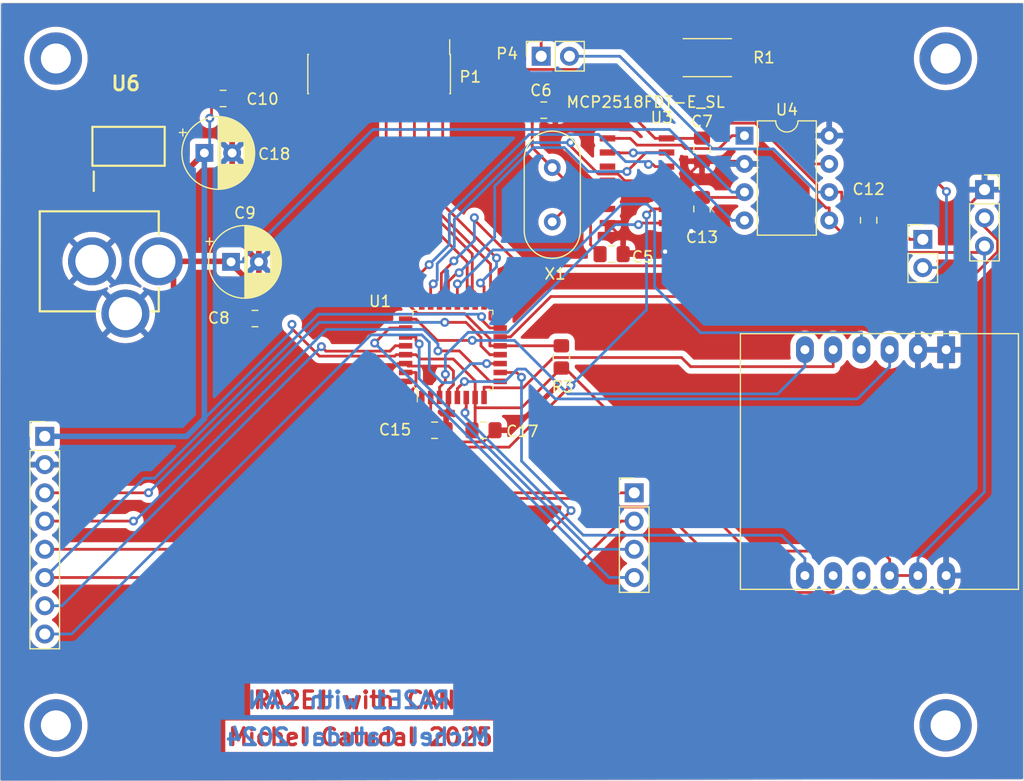
<source format=kicad_pcb>
(kicad_pcb (version 20240108) (generator "pcbnew") (generator_version "8.0")
  (title_block (date "2025-01-19"))
  (layers (0 "F.Cu" signal) (31 "B.Cu" signal) (34 "B.Paste" user) (35 "F.Paste" user) (36 "B.SilkS" user "B.Silkscreen") (37 "F.SilkS" user "F.Silkscreen") (38 "B.Mask" user) (39 "F.Mask" user) (44 "Edge.Cuts" user))
  (net 0 "")
  (net 1 "GND")
  (net 2 "+5V")
  (net 3 "+3.3V")
  (net 4 "Net-(U3-OSC1)")
  (net 5 "Net-(U3-OSC2)")
  (net 6 "Net-(U1-VCL)")
  (net 7 "Net-(JP1-B)")
  (net 8 "Net-(JP1-A)")
  (net 9 "Net-(JP2-C)")
  (net 10 "Net-(P1-RES)")
  (net 11 "Net-(P1-SWDIO)")
  (net 12 "Net-(P1-SWO{slash}RxD)")
  (net 15 "Net-(P1-SWCLK{slash}MD)")
  (net 19 "Net-(P1-TxD)")
  (net 23 "/LCD_LED")
  (net 24 "/LCD_RESET")
  (net 25 "/LCD_MOSI")
  (net 26 "/LCD_A0")
  (net 27 "/LCD_CS")
  (net 28 "/LCD_SCK")
  (net 29 "Net-(P4-Pin_1)")
  (net 30 "Net-(P8-SCK)")
  (net 31 "Net-(P8-MISO)")
  (net 32 "/SD_CS")
  (net 33 "Net-(P9-RESET)")
  (net 34 "Net-(P9-SLCK)")
  (net 35 "Net-(P9-MOSI)")
  (net 36 "Net-(P9-INT)")
  (net 37 "Net-(P9-MISO)")
  (net 38 "Net-(P9-CS)")
  (net 40 "Net-(U1-P101{slash}TXD0{slash}MOSI0{slash}SDA0{slash}CTS1_RTS1{slash}SS1{slash}SDA0{slash}MOSIA{slash}AN021{slash}CMPREF0{slash}KR01{slash}IRQ1)")
  (net 41 "Net-(U1-P100{slash}RXD0{slash}MISO0{slash}SCL0{slash}SCK1{slash}SCL0{slash}MISOA{slash}AN022{slash}CMPIN0{slash}KR00{slash}IRQ2)")
  (net 42 "Net-(U1-P215{slash}XCIN)")
  (net 43 "Net-(U1-P103{slash}CTS0{slash}RTS0{slash}SS0{slash}SSLA0{slash}AN019{slash}CMPREF1{slash}KR03)")
  (net 44 "Net-(U1-P214{slash}XCOUT)")
  (net 45 "Net-(U1-P102{slash}SCK0{slash}TXD2{slash}MOSI2{slash}SDA2{slash}RSPCKA{slash}ADTRG0{slash}AN020{slash}CMPIN1{slash}KR02)")
  (net 46 "Net-(U3-RXCAN)")
  (net 49 "Net-(U3-TXCAN)")
  (footprint "MountingHole:MountingHole_2.7mm_M2.5_DIN965_Pad" (layer "F.Cu") (at 75 30)
    (property "Reference" "H1" (hide yes))
    (property "Value" "MountingHole" (hide yes))
  )
  (footprint "MountingHole:MountingHole_2.7mm_M2.5_DIN965_Pad" (layer "F.Cu") (at 155 30)
    (property "Reference" "H2" (hide yes))
    (property "Value" "MountingHole" (hide yes))
  )
  (footprint "MountingHole:MountingHole_2.7mm_M2.5_DIN965_Pad" (layer "F.Cu") (at 75 90)
    (property "Reference" "H3" (hide yes))
    (property "Value" "MountingHole" (hide yes))
  )
  (footprint "MountingHole:MountingHole_2.7mm_M2.5_DIN965_Pad" (layer "F.Cu") (at 155 90)
    (property "Reference" "H4" (hide yes))
    (property "Value" "MountingHole" (hide yes))
  )
  (footprint "Connector_PinHeader_2.54mm:PinHeader_1x08_P2.54mm_Vertical" (layer "F.Cu") (at 74 64)
    (property "Reference" "P3" (hide yes))
    (property "Value" "LCD-1.8")
  )
  (footprint "Crystal:Crystal_HC49-4H_Vertical" (layer "F.Cu") (at 119.634 39.818 -90)
    (property "Reference" "X1")
    (property "Value" "16Mhz")
  )
  (footprint "digikey-footprints:LQFP-32_7x7mm" (layer "F.Cu") (at 110.7 56.25)
    (property "Reference" "U1")
    (property "Value" "R7FA2E1A93")
  )
  (footprint "Capacitor_THT:CP_Radial_D6.3mm_P2.50mm" (layer "F.Cu") (at 90.75 48.3)
    (property "Reference" "C9")
    (property "Value" "47uF")
  )
  (footprint "Resistor_SMD:R_0805_2012Metric_Pad1.20x1.40mm_HandSolder" (layer "F.Cu") (at 120.45 56.85 -90)
    (property "Reference" "R3")
    (property "Value" "4.7k")
  )
  (footprint "Capacitor_SMD:C_0805_2012Metric_Pad1.18x1.45mm_HandSolder" (layer "F.Cu") (at 113.45 63.45)
    (property "Reference" "C17")
    (property "Value" "0.1uF")
  )
  (footprint "catu:MCP2518FD" (layer "F.Cu") (at 127.254 40.998)
    (property "Reference" "U3")
    (property "Value" "MCP2518FDT-E_SL")
  )
  (footprint "Capacitor_SMD:C_0805_2012Metric_Pad1.18x1.45mm_HandSolder" (layer "F.Cu") (at 124.968 47.602)
    (property "Reference" "C5")
    (property "Value" "22pF")
  )
  (footprint "catu:SOT230P700X180-4N" (layer "F.Cu") (at 81.5324 37.9 90)
    (property "Reference" "U6")
    (property "Value" "TPS7B8333QDCYRQ1" (hide yes))
  )
  (footprint "Connector_PinSocket_2.54mm:PinSocket_1x02_P2.54mm_Vertical" (layer "F.Cu") (at 118.638 29.797 90)
    (property "Reference" "P4")
    (property "Value" "CAN")
  )
  (footprint "Capacitor_SMD:C_0805_2012Metric_Pad1.18x1.45mm_HandSolder" (layer "F.Cu") (at 148.082 44.554 90)
    (property "Reference" "C12")
    (property "Value" "0.1uF")
  )
  (footprint "Package_DIP:DIP-8_W7.62mm" (layer "F.Cu") (at 136.916 36.944)
    (property "Reference" "U4")
    (property "Value" "MCP2562FD")
  )
  (footprint "Connector_PinSocket_2.54mm:PinSocket_1x03_P2.54mm_Vertical" (layer "F.Cu") (at 158.5 41.8)
    (property "Reference" "JP2" (hide yes))
    (property "Value" "MD")
  )
  (footprint "Capacitor_SMD:C_0805_2012Metric_Pad1.18x1.45mm_HandSolder" (layer "F.Cu") (at 90.0324 33.6)
    (property "Reference" "C10")
    (property "Value" "0.1uF")
  )
  (footprint "Connector_PinHeader_1.27mm:PinHeader_2x10_P1.27mm_Vertical_SMD" (layer "F.Cu") (at 104.065 31.4 -90)
    (property "Reference" "P1")
    (property "Value" "E2_LITE_RA")
  )
  (footprint "Capacitor_SMD:C_0805_2012Metric_Pad1.18x1.45mm_HandSolder" (layer "F.Cu") (at 133.096 43.538 -90)
    (property "Reference" "C13")
    (property "Value" "0.1uF")
  )
  (footprint "Capacitor_THT:CP_Radial_D6.3mm_P2.50mm" (layer "F.Cu") (at 88.35 38.5)
    (property "Reference" "C18")
    (property "Value" "47uF")
  )
  (footprint "catu:SPI_to_eth" (layer "F.Cu") (at 151 67.74 -90)
    (property "Reference" "P9" (hide yes))
    (property "Value" "SPI_to_eth")
  )
  (footprint "Capacitor_SMD:C_0805_2012Metric_Pad1.18x1.45mm_HandSolder" (layer "F.Cu") (at 118.872 34.648)
    (property "Reference" "C6")
    (property "Value" "22pF")
  )
  (footprint "Capacitor_SMD:C_0805_2012Metric_Pad1.18x1.45mm_HandSolder" (layer "F.Cu") (at 133.096 38.204 -90)
    (property "Reference" "C7")
    (property "Value" "0.1uF")
  )
  (footprint "Capacitor_SMD:C_0805_2012Metric_Pad1.18x1.45mm_HandSolder" (layer "F.Cu") (at 92.9 53.4)
    (property "Reference" "C8")
    (property "Value" "0.1uF")
  )
  (footprint "Connector_PinHeader_2.54mm:PinHeader_1x04_P2.54mm_Vertical" (layer "F.Cu") (at 127 69.08)
    (property "Reference" "P8" (hide yes))
    (property "Value" "SD_Connector")
  )
  (footprint "Capacitor_SMD:C_0805_2012Metric_Pad1.18x1.45mm_HandSolder" (layer "F.Cu") (at 109.05 63.45)
    (property "Reference" "C15")
    (property "Value" "4.7uF")
  )
  (footprint "Connector_PinHeader_2.54mm:PinHeader_1x02_P2.54mm_Vertical" (layer "F.Cu") (at 152.95 46.275)
    (property "Reference" "JP1" (hide yes))
    (property "Value" "En term res")
  )
  (footprint "catu:POWER_JACK_PTH" (layer "F.Cu") (at 70.55 48.25 -90)
    (property "Reference" "P2" (hide yes))
    (property "Value" "POWER_JACKPTH" (hide yes))
  )
  (footprint "Resistor_SMD:R_2512_6332Metric_Pad1.40x3.35mm_HandSolder" (layer "F.Cu") (at 133.577 29.923)
    (property "Reference" "R1")
    (property "Value" "120")
  )
  (gr_line (start 70 25) (end 70 95) (stroke (width 0.05)) (layer "Edge.Cuts"))
  (gr_line (start 162 25) (end 162 95) (stroke (width 0.05)) (layer "Edge.Cuts"))
  (gr_line (start 162 95) (end 70 95) (stroke (width 0.05)) (layer "Edge.Cuts"))
  (gr_line (start 70 25) (end 162 25) (stroke (width 0.05)) (layer "Edge.Cuts"))
  (gr_text "RA2E1 with CAN" (at 101.854 87.734 0) (layer "F.Cu") (effects (font (size 1.5 1.5) (thickness 0.3))))
  (gr_text "Michel Catudal 2025" (at 102.4 91.05 0) (layer "F.Cu") (effects (font (size 1.5 1.5) (thickness 0.3))))
  (gr_text "RA2E1 with CAN" (at 101.346 87.734 0) (layer "B.Cu") (effects (font (size 1.5 1.5) (thickness 0.3)) (justify mirror)))
  (gr_text "Michel Catudal 2024\n" (at 102.146 91.05 0) (layer "B.Cu") (effects (font (size 1.5 1.5) (thickness 0.3)) (justify mirror)))
  (segment (start 98.9605 58.423) (end 93.9375 53.4) (width 0.25) (layer "F.Cu") (net 1))
  (segment (start 126.006 45.7515) (end 125.927 45.673) (width 0.25) (layer "F.Cu") (net 1))
  (segment (start 90.85 38.5) (end 90.85 42.746) (width 0.5) (layer "F.Cu") (net 1))
  (segment (start 108.51 29.45) (end 108.51 30.28) (width 0.25) (layer "F.Cu") (net 1))
  (segment (start 98.35 29.45) (end 99.62 29.45) (width 0.25) (layer "F.Cu") (net 1))
  (segment (start 119.927 32.673) (end 119.91 32.6905) (width 0.25) (layer "F.Cu") (net 1))
  (segment (start 106.45 57.45) (end 106.673 57.673) (width 0.25) (layer "F.Cu") (net 1))
  (segment (start 99.62 29.45) (end 100.89 29.45) (width 0.25) (layer "F.Cu") (net 1))
  (segment (start 107.24 28.62) (end 107.24 29.45) (width 0.25) (layer "F.Cu") (net 1))
  (segment (start 132.137532 45.533532) (end 133.096 44.5755) (width 0.25) (layer "F.Cu") (net 1))
  (segment (start 113.438 64.5) (end 111.138 64.5) (width 0.25) (layer "F.Cu") (net 1))
  (segment (start 110.7466 59.3534) (end 110.3 59.8) (width 0.25) (layer "F.Cu") (net 1))
  (segment (start 90.85 37.196) (end 90.85 33.8199) (width 0.5) (layer "F.Cu") (net 1))
  (segment (start 104.005 27.925) (end 104.7 28.62) (width 0.25) (layer "F.Cu") (net 1))
  (segment (start 91.0699 30.3801) (end 92.027 29.423) (width 0.25) (layer "F.Cu") (net 1))
  (segment (start 125.465 45.673) (end 125.927 45.673) (width 0.25) (layer "F.Cu") (net 1))
  (segment (start 132.046 43.5255) (end 133.096 44.5755) (width 0.25) (layer "F.Cu") (net 1))
  (segment (start 92.227 29.423) (end 92.254 29.45) (width 0.25) (layer "F.Cu") (net 1))
  (segment (start 110.7466 58.114895) (end 110.7466 59.3534) (width 0.25) (layer "F.Cu") (net 1))
  (segment (start 132.046 40.2915) (end 132.046 43.5255) (width 0.25) (layer "F.Cu") (net 1))
  (segment (start 90.327 36.673) (end 90.85 37.196) (width 0.5) (layer "F.Cu") (net 1))
  (segment (start 104.005 27.925) (end 106.545 27.925) (width 0.25) (layer "F.Cu") (net 1))
  (segment (start 90.85 33.8199) (end 91.0699 33.6) (width 0.5) (layer "F.Cu") (net 1))
  (segment (start 125.927 47.373) (end 129.777 47.373) (width 0.25) (layer "F.Cu") (net 1))
  (segment (start 136.674 39.2415) (end 136.916 39.484) (width 0.25) (layer "F.Cu") (net 1))
  (segment (start 110.327 61.923) (end 110.327 60.527) (width 0.25) (layer "F.Cu") (net 1))
  (segment (start 107.24 29.45) (end 108.51 29.45) (width 0.25) (layer "F.Cu") (net 1))
  (segment (start 119.91 32.6905) (end 119.91 34.648) (width 0.25) (layer "F.Cu") (net 1))
  (segment (start 110.003 31.773) (end 119.227 31.773) (width 0.25) (layer "F.Cu") (net 1))
  (segment (start 105.75 57.45) (end 104.777 58.423) (width 0.25) (layer "F.Cu") (net 1))
  (segment (start 110.088 62.1625) (end 110.327 61.923) (width 0.25) (layer "F.Cu") (net 1))
  (segment (start 90.85 37.196) (end 90.85 38.5) (width 0.5) (layer "F.Cu") (net 1))
  (segment (start 148.082 43.5165) (end 156.784 43.5165) (width 0.25) (layer "F.Cu") (net 1))
  (segment (start 92.254 29.45) (end 98.35 29.45) (width 0.25) (layer "F.Cu") (net 1))
  (segment (start 126.006 47.602) (end 126.006 45.7515) (width 0.25) (layer "F.Cu") (net 1))
  (segment (start 110.3 59.8) (end 110.3 60.5) (width 0.25) (layer "F.Cu") (net 1))
  (segment (start 100.89 29.45) (end 100.89 28.62) (width 0.25) (layer "F.Cu") (net 1))
  (segment (start 110.088 63.45) (end 110.088 62.1625) (width 0.25) (layer "F.Cu") (net 1))
  (segment (start 110.327 60.527) (end 110.3 60.5) (width 0.25) (layer "F.Cu") (net 1))
  (segment (start 81.5324 41.05) (end 81.5324 44.9676) (width 0.5) (layer "F.Cu") (net 1))
  (segment (start 90.85 38.5) (end 90.85 37.196) (width 0.5) (layer "F.Cu") (net 1))
  (segment (start 93.25 48.3) (end 93.25 50.346) (width 0.5) (layer "F.Cu") (net 1))
  (segment (start 100.89 28.62) (end 101.585 27.925) (width 0.25) (layer "F.Cu") (net 1))
  (segment (start 124.6 44.808) (end 125.465 45.673) (width 0.25) (layer "F.Cu") (net 1))
  (segment (start 119.227 31.773) (end 119.927 32.473) (width 0.25) (layer "F.Cu") (net 1))
  (segment (start 101.585 27.925) (end 104.005 27.925) (width 0.25) (layer "F.Cu") (net 1))
  (segment (start 81.5324 34.75) (end 81.5324 36.673) (width 0.5) (layer "F.Cu") (net 1))
  (segment (start 104.777 58.423) (end 98.9605 58.423) (width 0.25) (layer "F.Cu") (net 1))
  (segment (start 81.5324 36.673) (end 90.327 36.673) (width 0.5) (layer "F.Cu") (net 1))
  (segment (start 92.027 29.423) (end 92.227 29.423) (width 0.25) (layer "F.Cu") (net 1))
  (segment (start 111.138 64.5) (end 110.088 63.45) (width 0.25) (layer "F.Cu") (net 1))
  (segment (start 81.5324 36.673) (end 81.5324 41.05) (width 0.5) (layer "F.Cu") (net 1))
  (segment (start 106.45 57.45) (end 105.75 57.45) (width 0.25) (layer "F.Cu") (net 1))
  (segment (start 133.096 39.2415) (end 136.674 39.2415) (width 0.25) (layer "F.Cu") (net 1))
  (segment (start 108.51 30.28) (end 110.003 31.773) (width 0.25) (layer "F.Cu") (net 1))
  (segment (start 93.25 50.346) (end 93.9375 51.0335) (width 0.5) (layer "F.Cu") (net 1))
  (segment (start 90.85 42.746) (end 93.25 45.146) (width 0.5) (layer "F.Cu") (net 1))
  (segment (start 119.927 32.473) (end 119.927 32.673) (width 0.25) (layer "F.Cu") (net 1))
  (segment (start 133.096 39.2415) (end 132.046 40.2915) (width 0.25) (layer "F.Cu") (net 1))
  (segment (start 114.488 63.45) (end 113.438 64.5) (width 0.25) (layer "F.Cu") (net 1))
  (segment (start 91.0699 33.6) (end 91.0699 30.3801) (width 0.25) (layer "F.Cu") (net 1))
  (segment (start 106.673 57.673) (end 110.304705 57.673) (width 0.25) (layer "F.Cu") (net 1))
  (segment (start 106.545 27.925) (end 107.24 28.62) (width 0.25) (layer "F.Cu") (net 1))
  (segment (start 93.9375 51.0335) (end 93.9375 53.4) (width 0.5) (layer "F.Cu") (net 1))
  (segment (start 93.25 45.146) (end 93.25 48.3) (width 0.5) (layer "F.Cu") (net 1))
  (segment (start 110.304705 57.673) (end 110.7466 58.114895) (width 0.25) (layer "F.Cu") (net 1))
  (segment (start 156.784 43.5165) (end 158.5 41.8) (width 0.25) (layer "F.Cu") (net 1))
  (segment (start 104.7 28.62) (end 104.7 29.45) (width 0.25) (layer "F.Cu") (net 1))
  (segment (start 81.5324 44.9676) (end 78.25 48.25) (width 0.5) (layer "F.Cu") (net 1))
  (via (at 132.137532 45.533532) (size 0.8) (drill 0.4) (layers "F.Cu" "B.Cu") (net 1))
  (via (at 129.777 47.373) (size 0.8) (drill 0.4) (layers "F.Cu" "B.Cu") (net 1))
  (segment (start 130.298064 47.373) (end 132.137532 45.533532) (width 0.25) (layer "B.Cu") (net 1))
  (segment (start 129.777 47.373) (end 130.298064 47.373) (width 0.25) (layer "B.Cu") (net 1))
  (segment (start 84.377 56.973) (end 85.577 55.773) (width 0.5) (layer "F.Cu") (net 2))
  (segment (start 133.096 42.5005) (end 136.44 42.5005) (width 0.25) (layer "F.Cu") (net 2))
  (segment (start 136.44 42.5005) (end 136.916 42.024) (width 0.25) (layer "F.Cu") (net 2))
  (segment (start 75.527 56.973) (end 84.377 56.973) (width 0.5) (layer "F.Cu") (net 2))
  (segment (start 79.2324 41.05) (end 75.4 41.05) (width 0.5) (layer "F.Cu") (net 2))
  (segment (start 74.377 55.823) (end 75.527 56.973) (width 0.5) (layer "F.Cu") (net 2))
  (segment (start 90.75 48.3) (end 90.75 48.446) (width 0.5) (layer "F.Cu") (net 2))
  (segment (start 84.25 48.25) (end 90.7 48.25) (width 0.5) (layer "F.Cu") (net 2))
  (segment (start 90.7 48.25) (end 90.75 48.3) (width 0.5) (layer "F.Cu") (net 2))
  (segment (start 74.377 42.073) (end 74.377 55.823) (width 0.5) (layer "F.Cu") (net 2))
  (segment (start 90.75 48.446) (end 91.8625 49.5585) (width 0.5) (layer "F.Cu") (net 2))
  (segment (start 91.8625 49.5585) (end 91.8625 53.4) (width 0.5) (layer "F.Cu") (net 2))
  (segment (start 75.4 41.05) (end 74.377 42.073) (width 0.5) (layer "F.Cu") (net 2))
  (segment (start 85.577 49.577) (end 84.25 48.25) (width 0.5) (layer "F.Cu") (net 2))
  (segment (start 85.577 55.773) (end 85.577 49.577) (width 0.5) (layer "F.Cu") (net 2))
  (segment (start 136.916 42.024) (end 135.7893 42.024) (width 0.25) (layer "B.Cu") (net 2))
  (segment (start 91.8767 48.0183) (end 91.8767 48.3) (width 0.25) (layer "B.Cu") (net 2))
  (segment (start 130.1512 36.3859) (end 103.5091 36.3859) (width 0.25) (layer "B.Cu") (net 2))
  (segment (start 103.5091 36.3859) (end 91.8767 48.0183) (width 0.25) (layer "B.Cu") (net 2))
  (segment (start 135.7893 42.024) (end 130.1512 36.3859) (width 0.25) (layer "B.Cu") (net 2))
  (segment (start 90.75 48.3) (end 91.8767 48.3) (width 0.25) (layer "B.Cu") (net 2))
  (segment (start 88.9949 35.2107) (end 88.9949 33.9831) (width 0.25) (layer "F.Cu") (net 3))
  (segment (start 110.7314 57.0392) (end 112.7 59.0078) (width 0.25) (layer "F.Cu") (net 3))
  (segment (start 149.97 75.066) (end 149.227 74.323) (width 0.25) (layer "F.Cu") (net 3))
  (segment (start 157.93 47.45) (end 158.5 46.88) (width 0.25) (layer "F.Cu") (net 3))
  (segment (start 120.7745 57.85) (end 120.45 57.85) (width 0.25) (layer "F.Cu") (net 3))
  (segment (start 111.3182 30.9882) (end 122.6833 30.9882) (width 0.25) (layer "F.Cu") (net 3))
  (segment (start 137.2475 74.323) (end 120.7745 57.85) (width 0.25) (layer "F.Cu") (net 3))
  (segment (start 105.4715 56.7785) (end 98.702895 56.7785) (width 0.25) (layer "F.Cu") (net 3))
  (segment (start 112.4125 63.45) (end 112.4123 63.4498) (width 0.25) (layer "F.Cu") (net 3))
  (segment (start 145.595 45.623) (end 146.677 45.623) (width 0.25) (layer "F.Cu") (net 3))
  (segment (start 88.9949 33.9831) (end 88.9949 33.7915) (width 0.25) (layer "F.Cu") (net 3))
  (segment (start 120.45 57.85) (end 116.8733 61.4267) (width 0.25) (layer "F.Cu") (net 3))
  (segment (start 146.677 45.623) (end 146.708 45.5915) (width 0.25) (layer "F.Cu") (net 3))
  (segment (start 149.227 74.323) (end 137.2475 74.323) (width 0.25) (layer "F.Cu") (net 3))
  (segment (start 98.702895 56.7785) (end 96.227 54.302605) (width 0.25) (layer "F.Cu") (net 3))
  (segment (start 129.908 37.188) (end 129.9083 37.188) (width 0.25) (layer "F.Cu") (net 3))
  (segment (start 112.7015 61.4267) (end 112.7 61.4252) (width 0.25) (layer "F.Cu") (net 3))
  (segment (start 112.7 59.0078) (end 112.7 59.5733) (width 0.25) (layer "F.Cu") (net 3))
  (segment (start 144.2542 43.4373) (end 143.4093 42.5924) (width 0.25) (layer "F.Cu") (net 3))
  (segment (start 129.9083 37.188) (end 133.074 37.188) (width 0.25) (layer "F.Cu") (net 3))
  (segment (start 133.074 37.188) (end 133.096 37.1665) (width 0.25) (layer "F.Cu") (net 3))
  (segment (start 88.9949 33.6001) (end 88.9949 33.6) (width 0.25) (layer "F.Cu") (net 3))
  (segment (start 146.708 45.5915) (end 148.082 45.5915) (width 0.25) (layer "F.Cu") (net 3))
  (segment (start 144.536 43.4373) (end 144.2542 43.4373) (width 0.25) (layer "F.Cu") (net 3))
  (segment (start 116.8733 61.4267) (end 112.7015 61.4267) (width 0.25) (layer "F.Cu") (net 3))
  (segment (start 88.9949 33.6119) (end 88.9949 33.6059) (width 0.25) (layer "F.Cu") (net 3))
  (segment (start 85.8 41.05) (end 88.35 38.5) (width 0.5) (layer "F.Cu") (net 3))
  (segment (start 148.082 45.5915) (end 149.94 47.45) (width 0.25) (layer "F.Cu") (net 3))
  (segment (start 152.51 76.52) (end 149.97 76.52) (width 0.25) (layer "F.Cu") (net 3))
  (segment (start 88.9949 33.6014) (end 88.9949 33.6007) (width 0.25) (layer "F.Cu") (net 3))
  (segment (start 88.9949 33.6007) (end 88.9949 33.6003) (width 0.25) (layer "F.Cu") (net 3))
  (segment (start 134.4452 35.8173) (end 133.096 37.1665) (width 0.25) (layer "F.Cu") (net 3))
  (segment (start 149.94 47.45) (end 157.93 47.45) (width 0.25) (layer "F.Cu") (net 3))
  (segment (start 112.7 60.5) (end 112.7 59.5733) (width 0.25) (layer "F.Cu") (net 3))
  (segment (start 96.227 54.302605) (end 96.227 53.923) (width 0.25) (layer "F.Cu") (net 3))
  (segment (start 149.97 76.52) (end 149.97 75.066) (width 0.25) (layer "F.Cu") (net 3))
  (segment (start 137.8966 35.8173) (end 134.4452 35.8173) (width 0.25) (layer "F.Cu") (net 3))
  (segment (start 106.45 56.65) (end 105.6 56.65) (width 0.25) (layer "F.Cu") (net 3))
  (segment (start 88.8311 35.3745) (end 88.9949 35.2107) (width 0.25) (layer "F.Cu") (net 3))
  (segment (start 112.412 63.45) (end 112.4123 63.4498) (width 0.25) (layer "F.Cu") (net 3))
  (segment (start 106.45 56.65) (end 107.3767 56.65) (width 0.25) (layer "F.Cu") (net 3))
  (segment (start 88.9949 33.6029) (end 88.9949 33.6014) (width 0.25) (layer "F.Cu") (net 3))
  (segment (start 112.7 61.4252) (end 112.7 60.5) (width 0.25) (layer "F.Cu") (net 3))
  (segment (start 129.908 37.188) (end 128.8831 37.188) (width 0.25) (layer "F.Cu") (net 3))
  (segment (start 88.9949 33.6957) (end 88.9949 33.6478) (width 0.25) (layer "F.Cu") (net 3))
  (segment (start 109.78 29.45) (end 110.5491 30.2191) (width 0.25) (layer "F.Cu") (net 3))
  (segment (start 88.9949 33.6239) (end 88.9949 33.6119) (width 0.25) (layer "F.Cu") (net 3))
  (segment (start 88.9949 33.6478) (end 88.9949 33.6239) (width 0.25) (layer "F.Cu") (net 3))
  (segment (start 143.4093 42.5924) (end 143.4093 41.33) (width 0.25) (layer "F.Cu") (net 3))
  (segment (start 144.536 44.564) (end 144.536 43.4373) (width 0.25) (layer "F.Cu") (net 3))
  (segment (start 105.6 56.65) (end 105.4715 56.7785) (width 0.25) (layer "F.Cu") (net 3))
  (segment (start 110.5491 30.2191) (end 111.3182 30.9882) (width 0.25) (layer "F.Cu") (net 3))
  (segment (start 88.9949 33.7915) (end 88.9949 33.6957) (width 0.25) (layer "F.Cu") (net 3))
  (segment (start 144.536 44.564) (end 145.595 45.623) (width 0.25) (layer "F.Cu") (net 3))
  (segment (start 122.6833 30.9882) (end 128.8831 37.188) (width 0.25) (layer "F.Cu") (net 3))
  (segment (start 83.8324 41.05) (end 85.8 41.05) (width 0.5) (layer "F.Cu") (net 3))
  (segment (start 112.4123 63.4498) (end 112.7 63.1625) (width 0.25) (layer "F.Cu") (net 3))
  (segment (start 143.4093 41.33) (end 137.8966 35.8173) (width 0.25) (layer "F.Cu") (net 3))
  (segment (start 107.7659 57.0392) (end 110.7314 57.0392) (width 0.25) (layer "F.Cu") (net 3))
  (segment (start 88.9949 33.6003) (end 88.9949 33.6001) (width 0.25) (layer "F.Cu") (net 3))
  (segment (start 107.3767 56.65) (end 107.7659 57.0392) (width 0.25) (layer "F.Cu") (net 3))
  (segment (start 112.7 63.1625) (end 112.7 61.4252) (width 0.25) (layer "F.Cu") (net 3))
  (segment (start 88.9949 33.6059) (end 88.9949 33.6029) (width 0.25) (layer "F.Cu") (net 3))
  (via (at 96.227 53.923) (size 0.8) (drill 0.4) (layers "F.Cu" "B.Cu") (net 3))
  (via (at 88.8311 35.3745) (size 0.8) (drill 0.4) (layers "F.Cu" "B.Cu") (net 3))
  (segment (start 152.51 76.52) (end 152.51 74.9933) (width 0.25) (layer "B.Cu") (net 3))
  (segment (start 88.8311 38.6325) (end 88.8311 35.3745) (width 0.25) (layer "B.Cu") (net 3))
  (segment (start 96.227 53.923) (end 96.227 54.523) (width 0.25) (layer "B.Cu") (net 3))
  (segment (start 86.75 64) (end 74 64) (width 0.5) (layer "B.Cu") (net 3))
  (segment (start 158.5 69.0033) (end 152.51 74.9933) (width 0.25) (layer "B.Cu") (net 3))
  (segment (start 158.5 46.88) (end 158.5 69.0033) (width 0.25) (layer "B.Cu") (net 3))
  (segment (start 88.35 39.1136) (end 88.8311 38.6325) (width 0.25) (layer "B.Cu") (net 3))
  (segment (start 96.227 54.523) (end 88.35 62.4) (width 0.25) (layer "B.Cu") (net 3))
  (segment (start 88.35 62.4) (end 86.75 64) (width 0.5) (layer "B.Cu") (net 3))
  (segment (start 88.35 38.5) (end 88.35 39.1136) (width 0.5) (layer "B.Cu") (net 3))
  (segment (start 88.35 39.1136) (end 88.35 62.4) (width 0.5) (layer "B.Cu") (net 3))
  (segment (start 123.93 47.602) (end 123.077 46.7485) (width 0.25) (layer "F.Cu") (net 4))
  (segment (start 124.5997 43.538) (end 124.6 43.538) (width 0.25) (layer "F.Cu") (net 4))
  (segment (start 123.077 43.538) (end 124.5997 43.538) (width 0.25) (layer "F.Cu") (net 4))
  (segment (start 123.9305 47.602) (end 123.93 47.602) (width 0.25) (layer "F.Cu") (net 4))
  (segment (start 120.794 43.538) (end 123.077 43.538) (width 0.25) (layer "F.Cu") (net 4))
  (segment (start 119.634 44.698) (end 120.794 43.538) (width 0.25) (layer "F.Cu") (net 4))
  (segment (start 123.077 46.7485) (end 123.077 43.538) (width 0.25) (layer "F.Cu") (net 4))
  (segment (start 124.5997 42.268) (end 124.6 42.268) (width 0.25) (layer "F.Cu") (net 5))
  (segment (start 117.834 34.648) (end 117.834 35.9112) (width 0.25) (layer "F.Cu") (net 5))
  (segment (start 117.834 38.0185) (end 119.634 39.818) (width 0.25) (layer "F.Cu") (net 5))
  (segment (start 117.8345 35.9107) (end 117.8345 34.648) (width 0.25) (layer "F.Cu") (net 5))
  (segment (start 119.634 39.818) (end 122.084 42.268) (width 0.25) (layer "F.Cu") (net 5))
  (segment (start 117.834 35.9112) (end 117.8345 35.9107) (width 0.25) (layer "F.Cu") (net 5))
  (segment (start 122.084 42.268) (end 124.5997 42.268) (width 0.25) (layer "F.Cu") (net 5))
  (segment (start 117.834 35.9112) (end 117.834 38.0185) (width 0.25) (layer "F.Cu") (net 5))
  (segment (start 108.012 63.45) (end 108.012 62.6271) (width 0.25) (layer "F.Cu") (net 6))
  (segment (start 108.012 62.6271) (end 108.0125 62.6276) (width 0.25) (layer "F.Cu") (net 6))
  (segment (start 108.0125 62.6276) (end 108.0125 63.45) (width 0.25) (layer "F.Cu") (net 6))
  (segment (start 108.012 60.6125) (end 107.9 60.5) (width 0.25) (layer "F.Cu") (net 6))
  (segment (start 108.012 62.6271) (end 108.012 60.6125) (width 0.25) (layer "F.Cu") (net 6))
  (segment (start 143.027 29.923) (end 155.077 41.973) (width 0.25) (layer "F.Cu") (net 7))
  (segment (start 136.627 29.923) (end 143.027 29.923) (width 0.25) (layer "F.Cu") (net 7))
  (via (at 155.077 41.973) (size 0.8) (drill 0.4) (layers "F.Cu" "B.Cu") (net 7))
  (segment (start 154.419 48.815) (end 152.95 48.815) (width 0.25) (layer "B.Cu") (net 7))
  (segment (start 155.077 41.973) (end 155.077 48.157) (width 0.25) (layer "B.Cu") (net 7))
  (segment (start 155.077 48.157) (end 154.419 48.815) (width 0.25) (layer "B.Cu") (net 7))
  (segment (start 150.0523 44.554) (end 147.4885 44.554) (width 0.25) (layer "F.Cu") (net 8))
  (segment (start 152.95 46.275) (end 151.7733 46.275) (width 0.25) (layer "F.Cu") (net 8))
  (segment (start 147.4885 44.554) (end 145.6627 42.7282) (width 0.25) (layer "F.Cu") (net 8))
  (segment (start 151.7733 46.275) (end 150.0523 44.554) (width 0.25) (layer "F.Cu") (net 8))
  (segment (start 145.6627 42.7282) (end 145.6627 42.024) (width 0.25) (layer "F.Cu") (net 8))
  (segment (start 144.536 42.024) (end 145.6627 42.024) (width 0.25) (layer "F.Cu") (net 8))
  (segment (start 139.5268 38.1415) (end 143.4093 42.024) (width 0.25) (layer "B.Cu") (net 8))
  (segment (start 134.0441 38.1415) (end 139.5268 38.1415) (width 0.25) (layer "B.Cu") (net 8))
  (segment (start 125.6996 29.797) (end 134.0441 38.1415) (width 0.25) (layer "B.Cu") (net 8))
  (segment (start 121.178 29.797) (end 125.6996 29.797) (width 0.25) (layer "B.Cu") (net 8))
  (segment (start 144.536 42.024) (end 143.4093 42.024) (width 0.25) (layer "B.Cu") (net 8))
  (segment (start 159.6767 46.3256) (end 158.5 45.1489) (width 0.25) (layer "F.Cu") (net 9))
  (segment (start 158.5 45.1489) (end 158.5 44.34) (width 0.25) (layer "F.Cu") (net 9))
  (segment (start 114.95 55.05) (end 115.8767 55.05) (width 0.25) (layer "F.Cu") (net 9))
  (segment (start 115.8767 55.05) (end 119.5093 51.4174) (width 0.25) (layer "F.Cu") (net 9))
  (segment (start 159.6767 47.3824) (end 159.6767 46.3256) (width 0.25) (layer "F.Cu") (net 9))
  (segment (start 155.6417 51.4174) (end 159.6767 47.3824) (width 0.25) (layer "F.Cu") (net 9))
  (segment (start 119.5093 51.4174) (end 155.6417 51.4174) (width 0.25) (layer "F.Cu") (net 9))
  (segment (start 115.4134 55.85) (end 115.8767 55.85) (width 0.25) (layer "F.Cu") (net 10))
  (segment (start 114.0233 55.2232) (end 114.0233 55.85) (width 0.25) (layer "F.Cu") (net 10))
  (segment (start 104.7 33.35) (end 104.7 50.1366) (width 0.25) (layer "F.Cu") (net 10))
  (segment (start 111.7482 52.9481) (end 114.0233 55.2232) (width 0.25) (layer "F.Cu") (net 10))
  (segment (start 120.45 55.85) (end 115.8767 55.85) (width 0.25) (layer "F.Cu") (net 10))
  (segment (start 104.7 50.1366) (end 107.5115 52.9481) (width 0.25) (layer "F.Cu") (net 10))
  (segment (start 115.4134 55.85) (end 114.95 55.85) (width 0.25) (layer "F.Cu") (net 10))
  (segment (start 107.5115 52.9481) (end 111.7482 52.9481) (width 0.25) (layer "F.Cu") (net 10))
  (segment (start 114.95 55.85) (end 114.0233 55.85) (width 0.25) (layer "F.Cu") (net 10))
  (segment (start 113.5 52) (end 113.5 50.5293) (width 0.25) (layer "F.Cu") (net 11))
  (segment (start 113.5 50.5293) (end 113.1706 50.1999) (width 0.25) (layer "F.Cu") (net 11))
  (segment (start 109.78 33.35) (end 109.78 43.1128) (width 0.25) (layer "F.Cu") (net 11))
  (segment (start 109.78 43.1128) (end 114.621 47.9538) (width 0.25) (layer "F.Cu") (net 11))
  (via (at 114.621 47.9538) (size 0.8) (drill 0.4) (layers "F.Cu" "B.Cu") (net 11))
  (via (at 113.1706 50.1999) (size 0.8) (drill 0.4) (layers "F.Cu" "B.Cu") (net 11))
  (segment (start 114.621 48.7495) (end 113.1706 50.1999) (width 0.25) (layer "B.Cu") (net 11))
  (segment (start 114.621 47.9538) (end 114.621 48.7495) (width 0.25) (layer "B.Cu") (net 11))
  (segment (start 107.24 33.35) (end 107.24 42.3824) (width 0.25) (layer "F.Cu") (net 12))
  (segment (start 112.4397 50.813) (end 112.7 51.0733) (width 0.25) (layer "F.Cu") (net 12))
  (segment (start 112.7 52) (end 112.7 51.0733) (width 0.25) (layer "F.Cu") (net 12))
  (segment (start 107.24 42.3824) (end 112.4397 47.5821) (width 0.25) (layer "F.Cu") (net 12))
  (segment (start 112.4397 47.5821) (end 112.4397 50.813) (width 0.25) (layer "F.Cu") (net 12))
  (segment (start 114.0812 52.8154) (end 114.0233 52.8733) (width 0.25) (layer "F.Cu") (net 15))
  (segment (start 114.95 53.45) (end 114.0233 53.45) (width 0.25) (layer "F.Cu") (net 15))
  (segment (start 114.0812 48.5) (end 114.0812 52.8154) (width 0.25) (layer "F.Cu") (net 15))
  (segment (start 108.51 42.9288) (end 114.0812 48.5) (width 0.25) (layer "F.Cu") (net 15))
  (segment (start 114.0233 52.8733) (end 114.0233 53.45) (width 0.25) (layer "F.Cu") (net 15))
  (segment (start 108.51 33.35) (end 108.51 42.9288) (width 0.25) (layer "F.Cu") (net 15))
  (segment (start 111.985 50.9883) (end 111.985 48.2992) (width 0.25) (layer "F.Cu") (net 19))
  (segment (start 111.985 48.2992) (end 105.97 42.2842) (width 0.25) (layer "F.Cu") (net 19))
  (segment (start 105.97 42.2842) (end 105.97 33.35) (width 0.25) (layer "F.Cu") (net 19))
  (segment (start 111.9 52) (end 111.9 51.0733) (width 0.25) (layer "F.Cu") (net 19))
  (segment (start 111.9 51.0733) (end 111.985 50.9883) (width 0.25) (layer "F.Cu") (net 19))
  (segment (start 114.95 57.45) (end 113.7355 57.45) (width 0.25) (layer "F.Cu") (net 23))
  (segment (start 113.7355 57.45) (end 113.7343 57.4512) (width 0.25) (layer "F.Cu") (net 23))
  (via (at 113.7343 57.4512) (size 0.8) (drill 0.4) (layers "F.Cu" "B.Cu") (net 23))
  (segment (start 108.5789 55.5407) (end 108.5789 58.019) (width 0.25) (layer "B.Cu") (net 23))
  (segment (start 103.325 54.8716) (end 107.9098 54.8716) (width 0.25) (layer "B.Cu") (net 23))
  (segment (start 110.6171 59.157) (end 112.3229 57.4512) (width 0.25) (layer "B.Cu") (net 23))
  (segment (start 112.3229 57.4512) (end 113.7343 57.4512) (width 0.25) (layer "B.Cu") (net 23))
  (segment (start 109.7169 59.157) (end 110.6171 59.157) (width 0.25) (layer "B.Cu") (net 23))
  (segment (start 108.5789 58.019) (end 109.7169 59.157) (width 0.25) (layer "B.Cu") (net 23))
  (segment (start 76.4166 81.78) (end 103.325 54.8716) (width 0.25) (layer "B.Cu") (net 23))
  (segment (start 107.9098 54.8716) (end 108.5789 55.5407) (width 0.25) (layer "B.Cu") (net 23))
  (segment (start 74 81.78) (end 76.4166 81.78) (width 0.25) (layer "B.Cu") (net 23))
  (segment (start 114.0233 59.05) (end 111.2858 56.3125) (width 0.25) (layer "F.Cu") (net 24))
  (segment (start 81.977 71.62) (end 74 71.62) (width 0.25) (layer "F.Cu") (net 24))
  (segment (start 111.2858 56.3125) (end 109.3558 56.3125) (width 0.25) (layer "F.Cu") (net 24))
  (segment (start 114.95 59.05) (end 114.0233 59.05) (width 0.25) (layer "F.Cu") (net 24))
  (via (at 81.977 71.62) (size 0.8) (drill 0.4) (layers "F.Cu" "B.Cu") (net 24))
  (via (at 109.3558 56.3125) (size 0.8) (drill 0.4) (layers "F.Cu" "B.Cu") (net 24))
  (segment (start 109.3558 56.3125) (end 109.3558 55.671) (width 0.25) (layer "B.Cu") (net 24))
  (segment (start 109.3558 55.671) (end 108.0604 54.3756) (width 0.25) (layer "B.Cu") (net 24))
  (segment (start 108.0604 54.3756) (end 99.3333 54.3756) (width 0.25) (layer "B.Cu") (net 24))
  (segment (start 82.0889 71.62) (end 81.977 71.62) (width 0.25) (layer "B.Cu") (net 24))
  (segment (start 99.3333 54.3756) (end 82.0889 71.62) (width 0.25) (layer "B.Cu") (net 24))
  (segment (start 114.0233 54.25) (end 113.278 53.5047) (width 0.25) (layer "F.Cu") (net 25))
  (segment (start 113.278 53.5047) (end 113.278 53.2287) (width 0.25) (layer "F.Cu") (net 25))
  (segment (start 125.8233 71.62) (end 120.7433 76.7) (width 0.25) (layer "F.Cu") (net 25))
  (segment (start 127 71.62) (end 125.8233 71.62) (width 0.25) (layer "F.Cu") (net 25))
  (segment (start 120.7433 76.7) (end 74 76.7) (width 0.25) (layer "F.Cu") (net 25))
  (segment (start 114.95 54.25) (end 114.0233 54.25) (width 0.25) (layer "F.Cu") (net 25))
  (via (at 113.278 53.2287) (size 0.8) (drill 0.4) (layers "F.Cu" "B.Cu") (net 25))
  (segment (start 83.8728 67.7688) (end 82.9312 67.7688) (width 0.25) (layer "B.Cu") (net 25))
  (segment (start 113.0564 53.0071) (end 98.6345 53.0071) (width 0.25) (layer "B.Cu") (net 25))
  (segment (start 113.278 53.2287) (end 113.0564 53.0071) (width 0.25) (layer "B.Cu") (net 25))
  (segment (start 98.6345 53.0071) (end 83.8728 67.7688) (width 0.25) (layer "B.Cu") (net 25))
  (segment (start 82.9312 67.7688) (end 74 76.7) (width 0.25) (layer "B.Cu") (net 25))
  (segment (start 121.3217 70.6749) (end 117.8366 74.16) (width 0.25) (layer "F.Cu") (net 26))
  (segment (start 116.4352 58.25) (end 116.8674 58.6822) (width 0.25) (layer "F.Cu") (net 26))
  (segment (start 114.95 58.25) (end 116.4352 58.25) (width 0.25) (layer "F.Cu") (net 26))
  (segment (start 117.8366 74.16) (end 74 74.16) (width 0.25) (layer "F.Cu") (net 26))
  (via (at 121.3217 70.6749) (size 0.8) (drill 0.4) (layers "F.Cu" "B.Cu") (net 26))
  (via (at 116.8674 58.6822) (size 0.8) (drill 0.4) (layers "F.Cu" "B.Cu") (net 26))
  (segment (start 116.8674 66.2206) (end 116.8674 58.6822) (width 0.25) (layer "B.Cu") (net 26))
  (segment (start 121.3217 70.6749) (end 116.8674 66.2206) (width 0.25) (layer "B.Cu") (net 26))
  (segment (start 109.9634 53.741) (end 111.8713 53.741) (width 0.25) (layer "F.Cu") (net 27))
  (segment (start 111.8713 53.741) (end 113.2251 55.0948) (width 0.25) (layer "F.Cu") (net 27))
  (segment (start 113.2251 55.8518) (end 114.0233 56.65) (width 0.25) (layer "F.Cu") (net 27))
  (segment (start 114.95 56.65) (end 114.0233 56.65) (width 0.25) (layer "F.Cu") (net 27))
  (segment (start 83.3296 69.0756) (end 83.3252 69.08) (width 0.25) (layer "F.Cu") (net 27))
  (segment (start 113.2251 55.0948) (end 113.2251 55.8518) (width 0.25) (layer "F.Cu") (net 27))
  (segment (start 83.3252 69.08) (end 74 69.08) (width 0.25) (layer "F.Cu") (net 27))
  (via (at 83.3296 69.0756) (size 0.8) (drill 0.4) (layers "F.Cu" "B.Cu") (net 27))
  (via (at 109.9634 53.741) (size 0.8) (drill 0.4) (layers "F.Cu" "B.Cu") (net 27))
  (segment (start 83.3296 69.0756) (end 98.6642 53.741) (width 0.25) (layer "B.Cu") (net 27))
  (segment (start 98.6642 53.741) (end 109.9634 53.741) (width 0.25) (layer "B.Cu") (net 27))
  (segment (start 105.0448 56.3285) (end 99.2782 56.3285) (width 0.25) (layer "F.Cu") (net 28))
  (segment (start 99.2782 56.3285) (end 98.8712 55.9215) (width 0.25) (layer "F.Cu") (net 28))
  (segment (start 106.45 55.85) (end 105.5233 55.85) (width 0.25) (layer "F.Cu") (net 28))
  (segment (start 105.5233 55.85) (end 105.0448 56.3285) (width 0.25) (layer "F.Cu") (net 28))
  (via (at 98.8712 55.9215) (size 0.8) (drill 0.4) (layers "F.Cu" "B.Cu") (net 28))
  (segment (start 75.1767 79.24) (end 75.5527 79.24) (width 0.25) (layer "B.Cu") (net 28))
  (segment (start 75.5527 79.24) (end 98.8712 55.9215) (width 0.25) (layer "B.Cu") (net 28))
  (segment (start 74 79.24) (end 75.1767 79.24) (width 0.25) (layer "B.Cu") (net 28))
  (segment (start 130.027 27.473) (end 130.527 27.973) (width 0.25) (layer "F.Cu") (net 29))
  (segment (start 118.638 29.797) (end 118.638 27.812) (width 0.25) (layer "F.Cu") (net 29))
  (segment (start 118.638 27.812) (end 118.977 27.473) (width 0.25) (layer "F.Cu") (net 29))
  (segment (start 118.977 27.473) (end 130.027 27.473) (width 0.25) (layer "F.Cu") (net 29))
  (segment (start 130.527 29.923) (end 132.638696 29.923) (width 0.25) (layer "F.Cu") (net 29))
  (segment (start 130.527 27.973) (end 130.527 29.923) (width 0.25) (layer "F.Cu") (net 29))
  (segment (start 132.638696 29.923) (end 142.199696 39.484) (width 0.25) (layer "F.Cu") (net 29))
  (segment (start 142.199696 39.484) (end 144.536 39.484) (width 0.25) (layer "F.Cu") (net 29))
  (segment (start 105.016 54.25) (end 103.6642 55.6018) (width 0.25) (layer "F.Cu") (net 30))
  (segment (start 106.45 54.25) (end 105.016 54.25) (width 0.25) (layer "F.Cu") (net 30))
  (via (at 103.6642 55.6018) (size 0.8) (drill 0.4) (layers "F.Cu" "B.Cu") (net 30))
  (segment (start 103.6642 55.6018) (end 124.7624 76.7) (width 0.25) (layer "B.Cu") (net 30))
  (segment (start 124.7624 76.7) (end 127 76.7) (width 0.25) (layer "B.Cu") (net 30))
  (segment (start 107.3767 55.05) (end 107.3767 55.392) (width 0.25) (layer "F.Cu") (net 31))
  (segment (start 106.45 55.05) (end 107.3767 55.05) (width 0.25) (layer "F.Cu") (net 31))
  (segment (start 107.3767 55.392) (end 107.6646 55.6799) (width 0.25) (layer "F.Cu") (net 31))
  (via (at 107.6646 55.6799) (size 0.8) (drill 0.4) (layers "F.Cu" "B.Cu") (net 31))
  (segment (start 107.6646 58.8099) (end 123.0147 74.16) (width 0.25) (layer "B.Cu") (net 31))
  (segment (start 123.0147 74.16) (end 127 74.16) (width 0.25) (layer "B.Cu") (net 31))
  (segment (start 107.6646 55.6799) (end 107.6646 58.8099) (width 0.25) (layer "B.Cu") (net 31))
  (segment (start 112.0041 69.08) (end 107.0767 64.1526) (width 0.25) (layer "F.Cu") (net 32))
  (segment (start 106.45 58.25) (end 107.3767 58.25) (width 0.25) (layer "F.Cu") (net 32))
  (segment (start 107.3767 59.4531) (end 107.3767 58.25) (width 0.25) (layer "F.Cu") (net 32))
  (segment (start 107.0767 64.1526) (end 107.0767 59.7531) (width 0.25) (layer "F.Cu") (net 32))
  (segment (start 127 69.08) (end 112.0041 69.08) (width 0.25) (layer "F.Cu") (net 32))
  (segment (start 107.0767 59.7531) (end 107.3767 59.4531) (width 0.25) (layer "F.Cu") (net 32))
  (segment (start 129.3346 70.3499) (end 137.0314 78.0467) (width 0.25) (layer "F.Cu") (net 33))
  (segment (start 106.45 59.05) (end 106.45 64.1664) (width 0.25) (layer "F.Cu") (net 33))
  (segment (start 111.8643 69.5807) (end 123.2066 69.5807) (width 0.25) (layer "F.Cu") (net 33))
  (segment (start 144.89 76.52) (end 144.89 78.0467) (width 0.25) (layer "F.Cu") (net 33))
  (segment (start 106.45 64.1664) (end 111.8643 69.5807) (width 0.25) (layer "F.Cu") (net 33))
  (segment (start 123.2066 69.5807) (end 123.9758 70.3499) (width 0.25) (layer "F.Cu") (net 33))
  (segment (start 137.0314 78.0467) (end 144.89 78.0467) (width 0.25) (layer "F.Cu") (net 33))
  (segment (start 123.9758 70.3499) (end 129.3346 70.3499) (width 0.25) (layer "F.Cu") (net 33))
  (segment (start 111.1 52) (end 111.1 50.2822) (width 0.25) (layer "F.Cu") (net 34))
  (segment (start 111.1 50.2822) (end 111.1016 50.2806) (width 0.25) (layer "F.Cu") (net 34))
  (via (at 111.1016 50.2806) (size 0.8) (drill 0.4) (layers "F.Cu" "B.Cu") (net 34))
  (segment (start 111.3621 50.2806) (end 111.1016 50.2806) (width 0.25) (layer "B.Cu") (net 34))
  (segment (start 132.9773 54.6733) (end 128.8342 50.5302) (width 0.25) (layer "B.Cu") (net 34))
  (segment (start 121.7729 47.2271) (end 114.3185 47.2271) (width 0.25) (layer "B.Cu") (net 34))
  (segment (start 114.3185 47.2271) (end 113.8925 47.6531) (width 0.25) (layer "B.Cu") (net 34))
  (segment (start 113.8925 47.7502) (end 111.3621 50.2806) (width 0.25) (layer "B.Cu") (net 34))
  (segment (start 128.8342 50.5302) (end 128.8342 43.782695) (width 0.25) (layer "B.Cu") (net 34))
  (segment (start 147.43 54.6733) (end 132.9773 54.6733) (width 0.25) (layer "B.Cu") (net 34))
  (segment (start 113.8925 47.6531) (end 113.8925 47.7502) (width 0.25) (layer "B.Cu") (net 34))
  (segment (start 128.8342 43.782695) (end 128.157005 43.1055) (width 0.25) (layer "B.Cu") (net 34))
  (segment (start 147.43 56.2) (end 147.43 54.6733) (width 0.25) (layer "B.Cu") (net 34))
  (segment (start 128.157005 43.1055) (end 125.8945 43.1055) (width 0.25) (layer "B.Cu") (net 34))
  (segment (start 125.8945 43.1055) (end 121.7729 47.2271) (width 0.25) (layer "B.Cu") (net 34))
  (segment (start 111.1 60.5) (end 111.1 59.7021) (width 0.25) (layer "F.Cu") (net 35))
  (segment (start 111.1 59.7021) (end 111.7333 59.0688) (width 0.25) (layer "F.Cu") (net 35))
  (via (at 111.7333 59.0688) (size 0.8) (drill 0.4) (layers "F.Cu" "B.Cu") (net 35))
  (segment (start 116.5024 57.9426) (end 115.3762 59.0688) (width 0.25) (layer "B.Cu") (net 35))
  (segment (start 147.0658 60.6309) (end 119.908 60.6309) (width 0.25) (layer "B.Cu") (net 35))
  (segment (start 115.3762 59.0688) (end 111.7333 59.0688) (width 0.25) (layer "B.Cu") (net 35))
  (segment (start 117.2197 57.9426) (end 116.5024 57.9426) (width 0.25) (layer "B.Cu") (net 35))
  (segment (start 149.97 57.7267) (end 147.0658 60.6309) (width 0.25) (layer "B.Cu") (net 35))
  (segment (start 119.908 60.6309) (end 117.2197 57.9426) (width 0.25) (layer "B.Cu") (net 35))
  (segment (start 149.97 56.2) (end 149.97 57.7267) (width 0.25) (layer "B.Cu") (net 35))
  (segment (start 107.3767 53.45) (end 109.2931 55.3664) (width 0.25) (layer "F.Cu") (net 36))
  (segment (start 109.2931 55.3664) (end 112.4346 55.3664) (width 0.25) (layer "F.Cu") (net 36))
  (segment (start 106.45 53.45) (end 107.3767 53.45) (width 0.25) (layer "F.Cu") (net 36))
  (via (at 112.4346 55.3664) (size 0.8) (drill 0.4) (layers "F.Cu" "B.Cu") (net 36))
  (segment (start 112.4346 55.3665) (end 112.4346 55.3664) (width 0.25) (layer "B.Cu") (net 36))
  (segment (start 139.9019 60.1748) (end 121.0438 60.1748) (width 0.25) (layer "B.Cu") (net 36))
  (segment (start 142.35 57.7267) (end 139.9019 60.1748) (width 0.25) (layer "B.Cu") (net 36))
  (segment (start 142.35 56.2) (end 142.35 57.7267) (width 0.25) (layer "B.Cu") (net 36))
  (segment (start 116.2355 55.3665) (end 112.4346 55.3665) (width 0.25) (layer "B.Cu") (net 36))
  (segment (start 121.0438 60.1748) (end 116.2355 55.3665) (width 0.25) (layer "B.Cu") (net 36))
  (segment (start 111.7874 61.8802) (end 111.7874 61.5393) (width 0.25) (layer "F.Cu") (net 37))
  (segment (start 111.9 60.5) (end 111.9 61.4267) (width 0.25) (layer "F.Cu") (net 37))
  (segment (start 111.7874 61.5393) (end 111.9 61.4267) (width 0.25) (layer "F.Cu") (net 37))
  (via (at 111.7874 61.8802) (size 0.8) (drill 0.4) (layers "F.Cu" "B.Cu") (net 37))
  (segment (start 142.35 74.9933) (end 140.2467 72.89) (width 0.25) (layer "B.Cu") (net 37))
  (segment (start 142.35 76.52) (end 142.35 74.9933) (width 0.25) (layer "B.Cu") (net 37))
  (segment (start 140.2467 72.89) (end 122.4258 72.89) (width 0.25) (layer "B.Cu") (net 37))
  (segment (start 111.7874 62.2516) (end 111.7874 61.8802) (width 0.25) (layer "B.Cu") (net 37))
  (segment (start 122.4258 72.89) (end 111.7874 62.2516) (width 0.25) (layer "B.Cu") (net 37))
  (segment (start 114.0767 59.5733) (end 113.5 59.5733) (width 0.25) (layer "F.Cu") (net 38))
  (segment (start 119.7387 56.9065) (end 117.0139 59.6313) (width 0.25) (layer "F.Cu") (net 38))
  (segment (start 132.0726 57.7267) (end 131.2524 56.9065) (width 0.25) (layer "F.Cu") (net 38))
  (segment (start 144.89 57.7267) (end 132.0726 57.7267) (width 0.25) (layer "F.Cu") (net 38))
  (segment (start 131.2524 56.9065) (end 119.7387 56.9065) (width 0.25) (layer "F.Cu") (net 38))
  (segment (start 144.89 56.2) (end 144.89 57.7267) (width 0.25) (layer "F.Cu") (net 38))
  (segment (start 117.0139 59.6313) (end 114.1347 59.6313) (width 0.25) (layer "F.Cu") (net 38))
  (segment (start 113.5 60.5) (end 113.5 59.5733) (width 0.25) (layer "F.Cu") (net 38))
  (segment (start 114.1347 59.6313) (end 114.0767 59.5733) (width 0.25) (layer "F.Cu") (net 38))
  (segment (start 123.7869 40.3919) (end 125.5416 40.3919) (width 0.25) (layer "F.Cu") (net 40))
  (segment (start 121.2907 37.8957) (end 123.7869 40.3919) (width 0.25) (layer "F.Cu") (net 40))
  (segment (start 126.1477 40.998) (end 129.9083 40.998) (width 0.25) (layer "F.Cu") (net 40))
  (segment (start 125.5416 40.3919) (end 126.1477 40.998) (width 0.25) (layer "F.Cu") (net 40))
  (segment (start 108.7 50.5118) (end 108.9296 50.2822) (width 0.25) (layer "F.Cu") (net 40))
  (segment (start 121.2907 37.5659) (end 121.2907 37.8957) (width 0.25) (layer "F.Cu") (net 40))
  (segment (start 108.7 52) (end 108.7 50.5118) (width 0.25) (layer "F.Cu") (net 40))
  (via (at 108.9296 50.2822) (size 0.8) (drill 0.4) (layers "F.Cu" "B.Cu") (net 40))
  (via (at 121.2907 37.5659) (size 0.8) (drill 0.4) (layers "F.Cu" "B.Cu") (net 40))
  (segment (start 109.2908 49.921) (end 108.9296 50.2822) (width 0.25) (layer "B.Cu") (net 40))
  (segment (start 117.7341 37.5659) (end 110.827 44.473) (width 0.25) (layer "B.Cu") (net 40))
  (segment (start 110.827 46.921896) (end 109.2908 48.458096) (width 0.25) (layer "B.Cu") (net 40))
  (segment (start 110.827 44.473) (end 110.827 46.921896) (width 0.25) (layer "B.Cu") (net 40))
  (segment (start 121.2907 37.5659) (end 117.7341 37.5659) (width 0.25) (layer "B.Cu") (net 40))
  (segment (start 109.2908 48.458096) (end 109.2908 49.921) (width 0.25) (layer "B.Cu") (net 40))
  (segment (start 107.9 52) (end 107.9 49.2125) (width 0.25) (layer "F.Cu") (net 41))
  (segment (start 129.9083 39.728) (end 128.8831 39.728) (width 0.25) (layer "F.Cu") (net 41))
  (segment (start 128.2856 39.5288) (end 128.6839 39.5288) (width 0.25) (layer "F.Cu") (net 41))
  (segment (start 128.6839 39.5288) (end 128.8831 39.728) (width 0.25) (layer "F.Cu") (net 41))
  (segment (start 107.9 49.2125) (end 108.5641 48.5484) (width 0.25) (layer "F.Cu") (net 41))
  (via (at 128.2856 39.5288) (size 0.8) (drill 0.4) (layers "F.Cu" "B.Cu") (net 41))
  (via (at 108.5641 48.5484) (size 0.8) (drill 0.4) (layers "F.Cu" "B.Cu") (net 41))
  (segment (start 126.2417 39.2797) (end 128.0365 39.2797) (width 0.25) (layer "B.Cu") (net 41))
  (segment (start 110.377 46.7355) (end 110.377 44.023) (width 0.25) (layer "B.Cu") (net 41))
  (segment (start 110.377 44.023) (end 117.5609 36.8391) (width 0.25) (layer "B.Cu") (net 41))
  (segment (start 123.8011 36.8391) (end 126.2417 39.2797) (width 0.25) (layer "B.Cu") (net 41))
  (segment (start 108.5641 48.5484) (end 110.377 46.7355) (width 0.25) (layer "B.Cu") (net 41))
  (segment (start 117.5609 36.8391) (end 123.8011 36.8391) (width 0.25) (layer "B.Cu") (net 41))
  (segment (start 128.0365 39.2797) (end 128.2856 39.5288) (width 0.25) (layer "B.Cu") (net 41))
  (segment (start 109.05 64.0923) (end 109.9235 64.9658) (width 0.25) (layer "F.Cu") (net 42))
  (segment (start 109.9235 64.9658) (end 115.7572 64.9658) (width 0.25) (layer "F.Cu") (net 42))
  (segment (start 128.6542 43.538) (end 129.9083 43.538) (width 0.25) (layer "F.Cu") (net 42))
  (segment (start 128.1092 44.083) (end 128.6542 43.538) (width 0.25) (layer "F.Cu") (net 42))
  (segment (start 108.7 62.174) (end 109.05 62.524) (width 0.25) (layer "F.Cu") (net 42))
  (segment (start 115.7572 64.9658) (end 121.3099 59.4131) (width 0.25) (layer "F.Cu") (net 42))
  (segment (start 109.05 62.524) (end 109.05 64.0923) (width 0.25) (layer "F.Cu") (net 42))
  (segment (start 108.7 60.5) (end 108.7 62.174) (width 0.25) (layer "F.Cu") (net 42))
  (via (at 128.1092 44.083) (size 0.8) (drill 0.4) (layers "F.Cu" "B.Cu") (net 42))
  (via (at 121.3099 59.4131) (size 0.8) (drill 0.4) (layers "F.Cu" "B.Cu") (net 42))
  (segment (start 128.1092 52.6138) (end 121.3099 59.4131) (width 0.25) (layer "B.Cu") (net 42))
  (segment (start 128.1092 44.083) (end 128.1092 52.6138) (width 0.25) (layer "B.Cu") (net 42))
  (segment (start 110.3 50.0546) (end 111.0758 49.2788) (width 0.25) (layer "F.Cu") (net 43))
  (segment (start 111.0758 49.2788) (end 111.2582 49.2788) (width 0.25) (layer "F.Cu") (net 43))
  (segment (start 110.3 52) (end 110.3 51.0733) (width 0.25) (layer "F.Cu") (net 43))
  (segment (start 128.0599 38.458) (end 126.3476 40.1703) (width 0.25) (layer "F.Cu") (net 43))
  (segment (start 129.9083 38.458) (end 128.0599 38.458) (width 0.25) (layer "F.Cu") (net 43))
  (segment (start 110.3 51.0733) (end 110.3 50.0546) (width 0.25) (layer "F.Cu") (net 43))
  (via (at 126.3476 40.1703) (size 0.8) (drill 0.4) (layers "F.Cu" "B.Cu") (net 43))
  (via (at 111.2582 49.2788) (size 0.8) (drill 0.4) (layers "F.Cu" "B.Cu") (net 43))
  (segment (start 122.869795 40.1703) (end 126.3476 40.1703) (width 0.25) (layer "B.Cu") (net 43))
  (segment (start 120.715395 38.0159) (end 122.869795 40.1703) (width 0.25) (layer "B.Cu") (net 43))
  (segment (start 111.2582 49.2788) (end 114.456 46.081) (width 0.25) (layer "B.Cu") (net 43))
  (segment (start 114.456 46.081) (end 114.456 41.480396) (width 0.25) (layer "B.Cu") (net 43))
  (segment (start 117.920496 38.0159) (end 120.715395 38.0159) (width 0.25) (layer "B.Cu") (net 43))
  (segment (start 114.456 41.480396) (end 117.920496 38.0159) (width 0.25) (layer "B.Cu") (net 43))
  (segment (start 109.5 60.5) (end 109.5 59.5733) (width 0.25) (layer "F.Cu") (net 44))
  (segment (start 127.3842 44.948) (end 127.5242 44.808) (width 0.25) (layer "F.Cu") (net 44))
  (segment (start 109.5 59.5733) (end 110.0216 59.0517) (width 0.25) (layer "F.Cu") (net 44))
  (segment (start 110.0216 59.0517) (end 110.0216 58.4152) (width 0.25) (layer "F.Cu") (net 44))
  (segment (start 127.5242 44.808) (end 129.9083 44.808) (width 0.25) (layer "F.Cu") (net 44))
  (via (at 127.3842 44.948) (size 0.8) (drill 0.4) (layers "F.Cu" "B.Cu") (net 44))
  (via (at 110.0216 58.4152) (size 0.8) (drill 0.4) (layers "F.Cu" "B.Cu") (net 44))
  (segment (start 110.0216 56.6879) (end 110.0216 58.4152) (width 0.25) (layer "B.Cu") (net 44))
  (segment (start 115.6044 54.6397) (end 112.0698 54.6397) (width 0.25) (layer "B.Cu") (net 44))
  (segment (start 125.2961 44.948) (end 115.6044 54.6397) (width 0.25) (layer "B.Cu") (net 44))
  (segment (start 127.3842 44.948) (end 125.2961 44.948) (width 0.25) (layer "B.Cu") (net 44))
  (segment (start 112.0698 54.6397) (end 110.0216 56.6879) (width 0.25) (layer "B.Cu") (net 44))
  (segment (start 112.627 44.323) (end 112.627 44.523) (width 0.25) (layer "F.Cu") (net 45))
  (segment (start 109.5 52) (end 109.5 51.0733) (width 0.25) (layer "F.Cu") (net 45))
  (segment (start 130.3274 42.268) (end 129.9083 42.268) (width 0.25) (layer "F.Cu") (net 45))
  (segment (start 112.627 44.523) (end 116.756 48.652) (width 0.25) (layer "F.Cu") (net 45))
  (segment (start 130.977 42.9176) (end 130.3274 42.268) (width 0.25) (layer "F.Cu") (net 45))
  (segment (start 129.648 48.652) (end 130.977 47.323) (width 0.25) (layer "F.Cu") (net 45))
  (segment (start 109.6589 50.9144) (end 109.5 51.0733) (width 0.25) (layer "F.Cu") (net 45))
  (segment (start 109.6589 49.341) (end 109.6589 50.9144) (width 0.25) (layer "F.Cu") (net 45))
  (segment (start 130.977 47.323) (end 130.977 42.9176) (width 0.25) (layer "F.Cu") (net 45))
  (segment (start 116.756 48.652) (end 129.648 48.652) (width 0.25) (layer "F.Cu") (net 45))
  (segment (start 110.7847 48.2152) (end 109.6589 49.341) (width 0.25) (layer "F.Cu") (net 45))
  (via (at 110.7847 48.2152) (size 0.8) (drill 0.4) (layers "F.Cu" "B.Cu") (net 45))
  (via (at 112.627 44.323) (size 0.8) (drill 0.4) (layers "F.Cu" "B.Cu") (net 45))
  (segment (start 112.627 46.3729) (end 110.7847 48.2152) (width 0.25) (layer "B.Cu") (net 45))
  (segment (start 112.627 44.323) (end 112.627 46.3729) (width 0.25) (layer "B.Cu") (net 45))
  (segment (start 126.9201 38.4945) (end 125.6614 38.4945) (width 0.25) (layer "F.Cu") (net 46))
  (segment (start 125.6614 38.4945) (end 125.6249 38.458) (width 0.25) (layer "F.Cu") (net 46))
  (segment (start 124.5997 38.458) (end 125.6249 38.458) (width 0.25) (layer "F.Cu") (net 46))
  (via (at 126.9201 38.4945) (size 0.8) (drill 0.4) (layers "F.Cu" "B.Cu") (net 46))
  (segment (start 129.7198 38.4945) (end 126.9201 38.4945) (width 0.25) (layer "B.Cu") (net 46))
  (segment (start 136.916 44.564) (end 135.7893 44.564) (width 0.25) (layer "B.Cu") (net 46))
  (segment (start 135.7893 44.564) (end 129.7198 38.4945) (width 0.25) (layer "B.Cu") (net 46))
  (segment (start 124.5997 37.188) (end 125.6249 37.188) (width 0.25) (layer "F.Cu") (net 49))
  (segment (start 131.2772 37.7941) (end 127.2474 37.7941) (width 0.25) (layer "F.Cu") (net 49))
  (segment (start 136.916 36.944) (end 135.7893 36.944) (width 0.25) (layer "F.Cu") (net 49))
  (segment (start 131.5846 38.1015) (end 131.2772 37.7941) (width 0.25) (layer "F.Cu") (net 49))
  (segment (start 126.6413 37.188) (end 125.6249 37.188) (width 0.25) (layer "F.Cu") (net 49))
  (segment (start 134.6318 38.1015) (end 131.5846 38.1015) (width 0.25) (layer "F.Cu") (net 49))
  (segment (start 127.2474 37.7941) (end 126.6413 37.188) (width 0.25) (layer "F.Cu") (net 49))
  (segment (start 135.7893 36.944) (end 134.6318 38.1015) (width 0.25) (layer "F.Cu") (net 49))
  (zone (net 1) (net_name "GND") (layer "F.Cu") (connect_pads (clearance 0.508)) (min_thickness 0.254) (fill yes (thermal_gap 0.508) (thermal_bridge_width 0.508))
    (polygon (pts (xy 162.052 94.846) (xy 69.977 94.973) (xy 70.104 24.9452) (xy 162.052 24.996)))
  )
  (zone (net 1) (net_name "GND") (layer "B.Cu") (connect_pads (clearance 0.508)) (min_thickness 0.254) (fill yes (thermal_gap 0.508) (thermal_bridge_width 0.508))
    (polygon (pts (xy 162.052 94.846) (xy 69.977 94.973) (xy 70.07352 24.73692) (xy 162.052 24.996)))
  )
)
</source>
